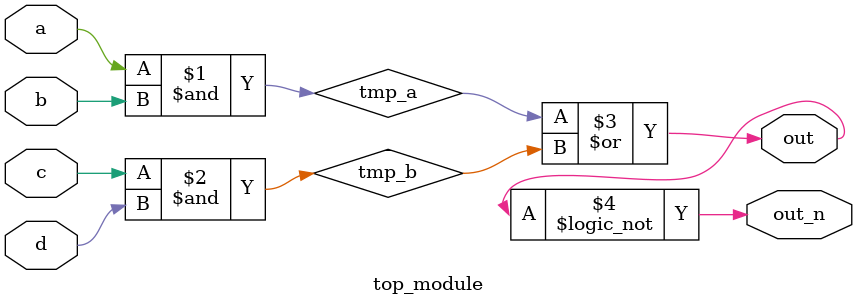
<source format=v>
`default_nettype none

module top_module( input a, input b, input c, input d, output out, output out_n);

  wire tmp_a;
  wire tmp_b;

  assign tmp_a = a & b;
  assign tmp_b = c & d;

  assign out = tmp_a | tmp_b;
  assign out_n = !out;

endmodule

</source>
